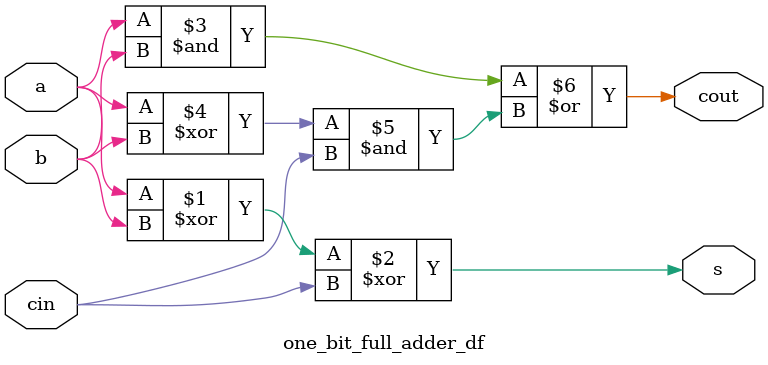
<source format=sv>
`timescale 1ns / 1ps


module one_bit_full_adder_df( input logic a, b, cin, output logic s, cout);
	
	assign s = (a ^ b) ^ cin;
	assign cout = a & b | (a ^ b) & cin;

endmodule

</source>
